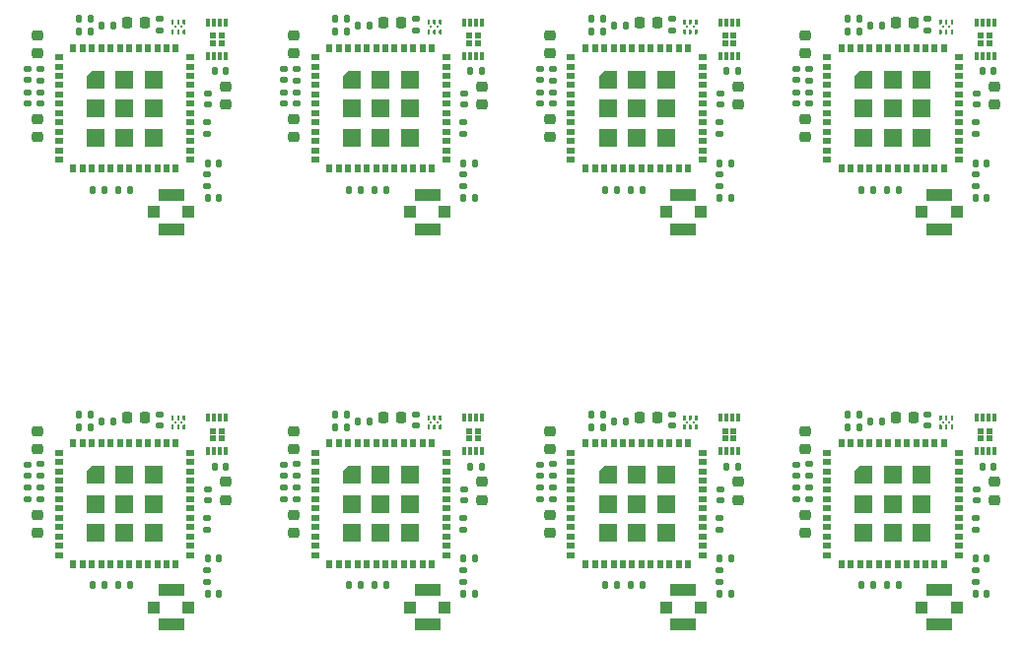
<source format=gtp>
G04 #@! TF.GenerationSoftware,KiCad,Pcbnew,8.0.2-1*
G04 #@! TF.CreationDate,2024-07-25T16:39:03+09:00*
G04 #@! TF.ProjectId,leafony-lora-abz_Panelized_Ver1.2,6c656166-6f6e-4792-9d6c-6f72612d6162,rev?*
G04 #@! TF.SameCoordinates,PX4a62f80PY7829b80*
G04 #@! TF.FileFunction,Paste,Top*
G04 #@! TF.FilePolarity,Positive*
%FSLAX46Y46*%
G04 Gerber Fmt 4.6, Leading zero omitted, Abs format (unit mm)*
G04 Created by KiCad (PCBNEW 8.0.2-1) date 2024-07-25 16:39:03*
%MOMM*%
%LPD*%
G01*
G04 APERTURE LIST*
G04 Aperture macros list*
%AMRoundRect*
0 Rectangle with rounded corners*
0 $1 Rounding radius*
0 $2 $3 $4 $5 $6 $7 $8 $9 X,Y pos of 4 corners*
0 Add a 4 corners polygon primitive as box body*
4,1,4,$2,$3,$4,$5,$6,$7,$8,$9,$2,$3,0*
0 Add four circle primitives for the rounded corners*
1,1,$1+$1,$2,$3*
1,1,$1+$1,$4,$5*
1,1,$1+$1,$6,$7*
1,1,$1+$1,$8,$9*
0 Add four rect primitives between the rounded corners*
20,1,$1+$1,$2,$3,$4,$5,0*
20,1,$1+$1,$4,$5,$6,$7,0*
20,1,$1+$1,$6,$7,$8,$9,0*
20,1,$1+$1,$8,$9,$2,$3,0*%
%AMRotRect*
0 Rectangle, with rotation*
0 The origin of the aperture is its center*
0 $1 length*
0 $2 width*
0 $3 Rotation angle, in degrees counterclockwise*
0 Add horizontal line*
21,1,$1,$2,0,0,$3*%
%AMOutline5P*
0 Free polygon, 5 corners , with rotation*
0 The origin of the aperture is its center*
0 number of corners: always 5*
0 $1 to $10 corner X, Y*
0 $11 Rotation angle, in degrees counterclockwise*
0 create outline with 5 corners*
4,1,5,$1,$2,$3,$4,$5,$6,$7,$8,$9,$10,$1,$2,$11*%
%AMOutline6P*
0 Free polygon, 6 corners , with rotation*
0 The origin of the aperture is its center*
0 number of corners: always 6*
0 $1 to $12 corner X, Y*
0 $13 Rotation angle, in degrees counterclockwise*
0 create outline with 6 corners*
4,1,6,$1,$2,$3,$4,$5,$6,$7,$8,$9,$10,$11,$12,$1,$2,$13*%
%AMOutline7P*
0 Free polygon, 7 corners , with rotation*
0 The origin of the aperture is its center*
0 number of corners: always 7*
0 $1 to $14 corner X, Y*
0 $15 Rotation angle, in degrees counterclockwise*
0 create outline with 7 corners*
4,1,7,$1,$2,$3,$4,$5,$6,$7,$8,$9,$10,$11,$12,$13,$14,$1,$2,$15*%
%AMOutline8P*
0 Free polygon, 8 corners , with rotation*
0 The origin of the aperture is its center*
0 number of corners: always 8*
0 $1 to $16 corner X, Y*
0 $17 Rotation angle, in degrees counterclockwise*
0 create outline with 8 corners*
4,1,8,$1,$2,$3,$4,$5,$6,$7,$8,$9,$10,$11,$12,$13,$14,$15,$16,$1,$2,$17*%
%AMFreePoly0*
4,1,6,0.266700,0.000000,0.165100,-0.101600,-0.152400,-0.101600,-0.152400,0.101600,0.266700,0.101600,0.266700,0.000000,0.266700,0.000000,$1*%
%AMFreePoly1*
4,1,6,0.266700,0.000000,0.165100,-0.101600,-0.152400,-0.101600,-0.152400,0.101600,0.165100,0.101600,0.266700,0.000000,0.266700,0.000000,$1*%
%AMFreePoly2*
4,1,6,0.266700,0.000000,0.266700,-0.101600,-0.152400,-0.101600,-0.152400,0.101600,0.165100,0.101600,0.266700,0.000000,0.266700,0.000000,$1*%
%AMFreePoly3*
4,1,7,0.152400,-0.101600,-0.152400,-0.101600,-0.266700,-0.101600,-0.266700,0.000000,-0.165100,0.101600,0.152400,0.101600,0.152400,-0.101600,0.152400,-0.101600,$1*%
%AMFreePoly4*
4,1,7,0.152400,-0.101600,-0.152400,-0.101600,-0.165100,-0.101600,-0.266700,0.000000,-0.165100,0.101600,0.152400,0.101600,0.152400,-0.101600,0.152400,-0.101600,$1*%
%AMFreePoly5*
4,1,7,0.152400,-0.101600,-0.152400,-0.101600,-0.165100,-0.101600,-0.266700,0.000000,-0.266700,0.101600,0.152400,0.101600,0.152400,-0.101600,0.152400,-0.101600,$1*%
G04 Aperture macros list end*
%ADD10C,0.000000*%
%ADD11FreePoly0,90.000000*%
%ADD12FreePoly1,90.000000*%
%ADD13FreePoly2,90.000000*%
%ADD14RotRect,0.228600X0.228600X135.000000*%
%ADD15FreePoly3,90.000000*%
%ADD16FreePoly4,90.000000*%
%ADD17FreePoly5,90.000000*%
%ADD18RoundRect,0.225000X-0.250000X0.225000X-0.250000X-0.225000X0.250000X-0.225000X0.250000X0.225000X0*%
%ADD19RoundRect,0.135000X-0.185000X0.135000X-0.185000X-0.135000X0.185000X-0.135000X0.185000X0.135000X0*%
%ADD20RoundRect,0.135000X-0.135000X-0.185000X0.135000X-0.185000X0.135000X0.185000X-0.135000X0.185000X0*%
%ADD21RoundRect,0.140000X0.170000X-0.140000X0.170000X0.140000X-0.170000X0.140000X-0.170000X-0.140000X0*%
%ADD22RoundRect,0.225000X0.250000X-0.225000X0.250000X0.225000X-0.250000X0.225000X-0.250000X-0.225000X0*%
%ADD23RoundRect,0.225000X0.225000X0.250000X-0.225000X0.250000X-0.225000X-0.250000X0.225000X-0.250000X0*%
%ADD24R,0.800000X0.500000*%
%ADD25R,0.500000X0.800000*%
%ADD26Outline5P,-0.800000X0.800000X0.300000X0.800000X0.800000X0.300000X0.800000X-0.800000X-0.800000X-0.800000X90.000000*%
%ADD27R,1.600000X1.600000*%
%ADD28RoundRect,0.140000X-0.140000X-0.170000X0.140000X-0.170000X0.140000X0.170000X-0.140000X0.170000X0*%
%ADD29R,1.000000X1.000000*%
%ADD30R,2.200000X1.050000*%
%ADD31RoundRect,0.140000X0.140000X0.170000X-0.140000X0.170000X-0.140000X-0.170000X0.140000X-0.170000X0*%
%ADD32RoundRect,0.140000X-0.170000X0.140000X-0.170000X-0.140000X0.170000X-0.140000X0.170000X0.140000X0*%
%ADD33RoundRect,0.135000X0.135000X0.185000X-0.135000X0.185000X-0.135000X-0.185000X0.135000X-0.185000X0*%
%ADD34R,0.600000X0.500000*%
%ADD35R,0.300000X0.750000*%
%ADD36RoundRect,0.135000X0.185000X-0.135000X0.185000X0.135000X-0.185000X0.135000X-0.185000X-0.135000X0*%
G04 APERTURE END LIST*
D10*
G36*
X21101220Y30518060D02*
G01*
X21101220Y30200560D01*
X20898020Y30200560D01*
X20898020Y30619660D01*
X20999620Y30619660D01*
X21101220Y30518060D01*
G37*
G36*
X21601600Y30518060D02*
G01*
X21601600Y30200560D01*
X21398400Y30200560D01*
X21398400Y30518060D01*
X21500000Y30619660D01*
X21601600Y30518060D01*
G37*
G36*
X22101980Y30200560D02*
G01*
X21898780Y30200560D01*
X21898780Y30518060D01*
X22000380Y30619660D01*
X22101980Y30619660D01*
X22101980Y30200560D01*
G37*
G36*
X21101220Y31081940D02*
G01*
X20999620Y30980340D01*
X20898020Y30980340D01*
X20898020Y31399440D01*
X21101220Y31399440D01*
X21101220Y31081940D01*
G37*
G36*
X21601600Y31081940D02*
G01*
X21500000Y30980340D01*
X21398400Y31081940D01*
X21398400Y31399440D01*
X21601600Y31399440D01*
X21601600Y31081940D01*
G37*
G36*
X22101980Y30980340D02*
G01*
X22000380Y30980340D01*
X21898780Y31081940D01*
X21898780Y31399440D01*
X22101980Y31399440D01*
X22101980Y30980340D01*
G37*
G36*
X87101220Y30518060D02*
G01*
X87101220Y30200560D01*
X86898020Y30200560D01*
X86898020Y30619660D01*
X86999620Y30619660D01*
X87101220Y30518060D01*
G37*
G36*
X87601600Y30518060D02*
G01*
X87601600Y30200560D01*
X87398400Y30200560D01*
X87398400Y30518060D01*
X87500000Y30619660D01*
X87601600Y30518060D01*
G37*
G36*
X88101980Y30200560D02*
G01*
X87898780Y30200560D01*
X87898780Y30518060D01*
X88000380Y30619660D01*
X88101980Y30619660D01*
X88101980Y30200560D01*
G37*
G36*
X87101220Y31081940D02*
G01*
X86999620Y30980340D01*
X86898020Y30980340D01*
X86898020Y31399440D01*
X87101220Y31399440D01*
X87101220Y31081940D01*
G37*
G36*
X87601600Y31081940D02*
G01*
X87500000Y30980340D01*
X87398400Y31081940D01*
X87398400Y31399440D01*
X87601600Y31399440D01*
X87601600Y31081940D01*
G37*
G36*
X88101980Y30980340D02*
G01*
X88000380Y30980340D01*
X87898780Y31081940D01*
X87898780Y31399440D01*
X88101980Y31399440D01*
X88101980Y30980340D01*
G37*
G36*
X43101220Y30518060D02*
G01*
X43101220Y30200560D01*
X42898020Y30200560D01*
X42898020Y30619660D01*
X42999620Y30619660D01*
X43101220Y30518060D01*
G37*
G36*
X43601600Y30518060D02*
G01*
X43601600Y30200560D01*
X43398400Y30200560D01*
X43398400Y30518060D01*
X43500000Y30619660D01*
X43601600Y30518060D01*
G37*
G36*
X44101980Y30200560D02*
G01*
X43898780Y30200560D01*
X43898780Y30518060D01*
X44000380Y30619660D01*
X44101980Y30619660D01*
X44101980Y30200560D01*
G37*
G36*
X43101220Y31081940D02*
G01*
X42999620Y30980340D01*
X42898020Y30980340D01*
X42898020Y31399440D01*
X43101220Y31399440D01*
X43101220Y31081940D01*
G37*
G36*
X43601600Y31081940D02*
G01*
X43500000Y30980340D01*
X43398400Y31081940D01*
X43398400Y31399440D01*
X43601600Y31399440D01*
X43601600Y31081940D01*
G37*
G36*
X44101980Y30980340D02*
G01*
X44000380Y30980340D01*
X43898780Y31081940D01*
X43898780Y31399440D01*
X44101980Y31399440D01*
X44101980Y30980340D01*
G37*
G36*
X65101220Y30518060D02*
G01*
X65101220Y30200560D01*
X64898020Y30200560D01*
X64898020Y30619660D01*
X64999620Y30619660D01*
X65101220Y30518060D01*
G37*
G36*
X65601600Y30518060D02*
G01*
X65601600Y30200560D01*
X65398400Y30200560D01*
X65398400Y30518060D01*
X65500000Y30619660D01*
X65601600Y30518060D01*
G37*
G36*
X66101980Y30200560D02*
G01*
X65898780Y30200560D01*
X65898780Y30518060D01*
X66000380Y30619660D01*
X66101980Y30619660D01*
X66101980Y30200560D01*
G37*
G36*
X65101220Y31081940D02*
G01*
X64999620Y30980340D01*
X64898020Y30980340D01*
X64898020Y31399440D01*
X65101220Y31399440D01*
X65101220Y31081940D01*
G37*
G36*
X65601600Y31081940D02*
G01*
X65500000Y30980340D01*
X65398400Y31081940D01*
X65398400Y31399440D01*
X65601600Y31399440D01*
X65601600Y31081940D01*
G37*
G36*
X66101980Y30980340D02*
G01*
X66000380Y30980340D01*
X65898780Y31081940D01*
X65898780Y31399440D01*
X66101980Y31399440D01*
X66101980Y30980340D01*
G37*
G36*
X21101220Y64518060D02*
G01*
X21101220Y64200560D01*
X20898020Y64200560D01*
X20898020Y64619660D01*
X20999620Y64619660D01*
X21101220Y64518060D01*
G37*
G36*
X21601600Y64518060D02*
G01*
X21601600Y64200560D01*
X21398400Y64200560D01*
X21398400Y64518060D01*
X21500000Y64619660D01*
X21601600Y64518060D01*
G37*
G36*
X22101980Y64200560D02*
G01*
X21898780Y64200560D01*
X21898780Y64518060D01*
X22000380Y64619660D01*
X22101980Y64619660D01*
X22101980Y64200560D01*
G37*
G36*
X21101220Y65081940D02*
G01*
X20999620Y64980340D01*
X20898020Y64980340D01*
X20898020Y65399440D01*
X21101220Y65399440D01*
X21101220Y65081940D01*
G37*
G36*
X21601600Y65081940D02*
G01*
X21500000Y64980340D01*
X21398400Y65081940D01*
X21398400Y65399440D01*
X21601600Y65399440D01*
X21601600Y65081940D01*
G37*
G36*
X22101980Y64980340D02*
G01*
X22000380Y64980340D01*
X21898780Y65081940D01*
X21898780Y65399440D01*
X22101980Y65399440D01*
X22101980Y64980340D01*
G37*
G36*
X65101220Y64518060D02*
G01*
X65101220Y64200560D01*
X64898020Y64200560D01*
X64898020Y64619660D01*
X64999620Y64619660D01*
X65101220Y64518060D01*
G37*
G36*
X65601600Y64518060D02*
G01*
X65601600Y64200560D01*
X65398400Y64200560D01*
X65398400Y64518060D01*
X65500000Y64619660D01*
X65601600Y64518060D01*
G37*
G36*
X66101980Y64200560D02*
G01*
X65898780Y64200560D01*
X65898780Y64518060D01*
X66000380Y64619660D01*
X66101980Y64619660D01*
X66101980Y64200560D01*
G37*
G36*
X65101220Y65081940D02*
G01*
X64999620Y64980340D01*
X64898020Y64980340D01*
X64898020Y65399440D01*
X65101220Y65399440D01*
X65101220Y65081940D01*
G37*
G36*
X65601600Y65081940D02*
G01*
X65500000Y64980340D01*
X65398400Y65081940D01*
X65398400Y65399440D01*
X65601600Y65399440D01*
X65601600Y65081940D01*
G37*
G36*
X66101980Y64980340D02*
G01*
X66000380Y64980340D01*
X65898780Y65081940D01*
X65898780Y65399440D01*
X66101980Y65399440D01*
X66101980Y64980340D01*
G37*
G36*
X87101220Y64518060D02*
G01*
X87101220Y64200560D01*
X86898020Y64200560D01*
X86898020Y64619660D01*
X86999620Y64619660D01*
X87101220Y64518060D01*
G37*
G36*
X87601600Y64518060D02*
G01*
X87601600Y64200560D01*
X87398400Y64200560D01*
X87398400Y64518060D01*
X87500000Y64619660D01*
X87601600Y64518060D01*
G37*
G36*
X88101980Y64200560D02*
G01*
X87898780Y64200560D01*
X87898780Y64518060D01*
X88000380Y64619660D01*
X88101980Y64619660D01*
X88101980Y64200560D01*
G37*
G36*
X87101220Y65081940D02*
G01*
X86999620Y64980340D01*
X86898020Y64980340D01*
X86898020Y65399440D01*
X87101220Y65399440D01*
X87101220Y65081940D01*
G37*
G36*
X87601600Y65081940D02*
G01*
X87500000Y64980340D01*
X87398400Y65081940D01*
X87398400Y65399440D01*
X87601600Y65399440D01*
X87601600Y65081940D01*
G37*
G36*
X88101980Y64980340D02*
G01*
X88000380Y64980340D01*
X87898780Y65081940D01*
X87898780Y65399440D01*
X88101980Y65399440D01*
X88101980Y64980340D01*
G37*
G36*
X43101220Y64518060D02*
G01*
X43101220Y64200560D01*
X42898020Y64200560D01*
X42898020Y64619660D01*
X42999620Y64619660D01*
X43101220Y64518060D01*
G37*
G36*
X43601600Y64518060D02*
G01*
X43601600Y64200560D01*
X43398400Y64200560D01*
X43398400Y64518060D01*
X43500000Y64619660D01*
X43601600Y64518060D01*
G37*
G36*
X44101980Y64200560D02*
G01*
X43898780Y64200560D01*
X43898780Y64518060D01*
X44000380Y64619660D01*
X44101980Y64619660D01*
X44101980Y64200560D01*
G37*
G36*
X43101220Y65081940D02*
G01*
X42999620Y64980340D01*
X42898020Y64980340D01*
X42898020Y65399440D01*
X43101220Y65399440D01*
X43101220Y65081940D01*
G37*
G36*
X43601600Y65081940D02*
G01*
X43500000Y64980340D01*
X43398400Y65081940D01*
X43398400Y65399440D01*
X43601600Y65399440D01*
X43601600Y65081940D01*
G37*
G36*
X44101980Y64980340D02*
G01*
X44000380Y64980340D01*
X43898780Y65081940D01*
X43898780Y65399440D01*
X44101980Y65399440D01*
X44101980Y64980340D01*
G37*
D11*
X20999620Y30352960D03*
D12*
X21500000Y30352960D03*
D13*
X22000380Y30352960D03*
D14*
X21769240Y30800000D03*
D15*
X22000380Y31247040D03*
D16*
X21500000Y31247040D03*
D17*
X20999620Y31247040D03*
D14*
X21230760Y30800000D03*
D18*
X9400000Y22875000D03*
X9400000Y21325000D03*
D19*
X24000000Y52110000D03*
X24000000Y51090000D03*
D20*
X16390000Y16800000D03*
X17410000Y16800000D03*
D21*
X8600000Y24220000D03*
X8600000Y25180000D03*
D22*
X75400000Y28525000D03*
X75400000Y30075000D03*
D21*
X52600000Y58220000D03*
X52600000Y59180000D03*
D19*
X46000000Y18110000D03*
X46000000Y17090000D03*
D23*
X40675000Y65200000D03*
X39125000Y65200000D03*
D24*
X33250000Y62200000D03*
X33250000Y61400000D03*
X33250000Y60600000D03*
X33250000Y59800000D03*
X33250000Y59000000D03*
X33250000Y58200000D03*
X33250000Y57400000D03*
X33250000Y56600000D03*
X33250000Y55800000D03*
X33250000Y55000000D03*
X33250000Y54200000D03*
X33250000Y53400000D03*
D25*
X34500000Y52600000D03*
X35300000Y52600000D03*
X36100000Y52600000D03*
X36900000Y52600000D03*
X37700000Y52600000D03*
X38500000Y52600000D03*
X39300000Y52600000D03*
X40100000Y52600000D03*
X40900000Y52600000D03*
X41700000Y52600000D03*
X42500000Y52600000D03*
X43300000Y52600000D03*
D24*
X44550000Y53400000D03*
X44550000Y54200000D03*
X44550000Y55000000D03*
X44550000Y55800000D03*
X44550000Y56600000D03*
X44550000Y57400000D03*
X44550000Y58200000D03*
X44550000Y59000000D03*
X44550000Y59800000D03*
X44550000Y60600000D03*
X44550000Y61400000D03*
X44550000Y62200000D03*
D25*
X43300000Y63000000D03*
X42500000Y63000000D03*
X41700000Y63000000D03*
X40900000Y63000000D03*
X40100000Y63000000D03*
X39300000Y63000000D03*
X38500000Y63000000D03*
X37700000Y63000000D03*
X36900000Y63000000D03*
X36100000Y63000000D03*
X35300000Y63000000D03*
X34500000Y63000000D03*
D26*
X36400000Y60300000D03*
D27*
X38900000Y60300000D03*
X41400000Y60300000D03*
X36400000Y57800000D03*
X38900000Y57800000D03*
X41400000Y57800000D03*
X36400000Y55300000D03*
X38900000Y55300000D03*
X41400000Y55300000D03*
D11*
X86999620Y30352960D03*
D12*
X87500000Y30352960D03*
D13*
X88000380Y30352960D03*
D14*
X87769240Y30800000D03*
D15*
X88000380Y31247040D03*
D16*
X87500000Y31247040D03*
D17*
X86999620Y31247040D03*
D14*
X87230760Y30800000D03*
D28*
X68020000Y19100000D03*
X68980000Y19100000D03*
D29*
X22400000Y14900000D03*
D30*
X20900000Y13425000D03*
D29*
X19400000Y14900000D03*
D30*
X20900000Y16375000D03*
D29*
X44400000Y48900000D03*
D30*
X42900000Y47425000D03*
D29*
X41400000Y48900000D03*
D30*
X42900000Y50375000D03*
D28*
X90020000Y16100000D03*
X90980000Y16100000D03*
D29*
X88400000Y48900000D03*
D30*
X86900000Y47425000D03*
D29*
X85400000Y48900000D03*
D30*
X86900000Y50375000D03*
D31*
X25580000Y27000000D03*
X24620000Y27000000D03*
D11*
X42999620Y30352960D03*
D12*
X43500000Y30352960D03*
D13*
X44000380Y30352960D03*
D14*
X43769240Y30800000D03*
D15*
X44000380Y31247040D03*
D16*
X43500000Y31247040D03*
D17*
X42999620Y31247040D03*
D14*
X43230760Y30800000D03*
D19*
X68000000Y22610000D03*
X68000000Y21590000D03*
D32*
X52600000Y27180000D03*
X52600000Y26220000D03*
D20*
X80940000Y64900000D03*
X81960000Y64900000D03*
D21*
X74600000Y58220000D03*
X74600000Y59180000D03*
D23*
X62675000Y65200000D03*
X61125000Y65200000D03*
D24*
X11250000Y28200000D03*
X11250000Y27400000D03*
X11250000Y26600000D03*
X11250000Y25800000D03*
X11250000Y25000000D03*
X11250000Y24200000D03*
X11250000Y23400000D03*
X11250000Y22600000D03*
X11250000Y21800000D03*
X11250000Y21000000D03*
X11250000Y20200000D03*
X11250000Y19400000D03*
D25*
X12500000Y18600000D03*
X13300000Y18600000D03*
X14100000Y18600000D03*
X14900000Y18600000D03*
X15700000Y18600000D03*
X16500000Y18600000D03*
X17300000Y18600000D03*
X18100000Y18600000D03*
X18900000Y18600000D03*
X19700000Y18600000D03*
X20500000Y18600000D03*
X21300000Y18600000D03*
D24*
X22550000Y19400000D03*
X22550000Y20200000D03*
X22550000Y21000000D03*
X22550000Y21800000D03*
X22550000Y22600000D03*
X22550000Y23400000D03*
X22550000Y24200000D03*
X22550000Y25000000D03*
X22550000Y25800000D03*
X22550000Y26600000D03*
X22550000Y27400000D03*
X22550000Y28200000D03*
D25*
X21300000Y29000000D03*
X20500000Y29000000D03*
X19700000Y29000000D03*
X18900000Y29000000D03*
X18100000Y29000000D03*
X17300000Y29000000D03*
X16500000Y29000000D03*
X15700000Y29000000D03*
X14900000Y29000000D03*
X14100000Y29000000D03*
X13300000Y29000000D03*
X12500000Y29000000D03*
D26*
X14400000Y26300000D03*
D27*
X16900000Y26300000D03*
X19400000Y26300000D03*
X14400000Y23800000D03*
X16900000Y23800000D03*
X19400000Y23800000D03*
X14400000Y21300000D03*
X16900000Y21300000D03*
X19400000Y21300000D03*
D20*
X78990000Y30400000D03*
X80010000Y30400000D03*
D32*
X85900000Y31480000D03*
X85900000Y30520000D03*
D20*
X38390000Y16800000D03*
X39410000Y16800000D03*
D21*
X53700000Y58220000D03*
X53700000Y59180000D03*
D20*
X16390000Y50800000D03*
X17410000Y50800000D03*
D32*
X8600000Y27180000D03*
X8600000Y26220000D03*
X74600000Y27180000D03*
X74600000Y26220000D03*
D33*
X15210000Y16800000D03*
X14190000Y16800000D03*
D19*
X90000000Y52110000D03*
X90000000Y51090000D03*
D32*
X8600000Y61180000D03*
X8600000Y60220000D03*
D23*
X40675000Y31200000D03*
X39125000Y31200000D03*
D34*
X47225000Y64075000D03*
X46475000Y64075000D03*
X47225000Y63425000D03*
X46475000Y63425000D03*
D35*
X47600000Y65200000D03*
X47100000Y65200000D03*
X46600000Y65200000D03*
X46100000Y65200000D03*
X46100000Y62300000D03*
X46600000Y62300000D03*
X47100000Y62300000D03*
X47600000Y62300000D03*
D31*
X91580000Y61000000D03*
X90620000Y61000000D03*
D36*
X53700000Y26190000D03*
X53700000Y27210000D03*
D24*
X11250000Y62200000D03*
X11250000Y61400000D03*
X11250000Y60600000D03*
X11250000Y59800000D03*
X11250000Y59000000D03*
X11250000Y58200000D03*
X11250000Y57400000D03*
X11250000Y56600000D03*
X11250000Y55800000D03*
X11250000Y55000000D03*
X11250000Y54200000D03*
X11250000Y53400000D03*
D25*
X12500000Y52600000D03*
X13300000Y52600000D03*
X14100000Y52600000D03*
X14900000Y52600000D03*
X15700000Y52600000D03*
X16500000Y52600000D03*
X17300000Y52600000D03*
X18100000Y52600000D03*
X18900000Y52600000D03*
X19700000Y52600000D03*
X20500000Y52600000D03*
X21300000Y52600000D03*
D24*
X22550000Y53400000D03*
X22550000Y54200000D03*
X22550000Y55000000D03*
X22550000Y55800000D03*
X22550000Y56600000D03*
X22550000Y57400000D03*
X22550000Y58200000D03*
X22550000Y59000000D03*
X22550000Y59800000D03*
X22550000Y60600000D03*
X22550000Y61400000D03*
X22550000Y62200000D03*
D25*
X21300000Y63000000D03*
X20500000Y63000000D03*
X19700000Y63000000D03*
X18900000Y63000000D03*
X18100000Y63000000D03*
X17300000Y63000000D03*
X16500000Y63000000D03*
X15700000Y63000000D03*
X14900000Y63000000D03*
X14100000Y63000000D03*
X13300000Y63000000D03*
X12500000Y63000000D03*
D26*
X14400000Y60300000D03*
D27*
X16900000Y60300000D03*
X19400000Y60300000D03*
X14400000Y57800000D03*
X16900000Y57800000D03*
X19400000Y57800000D03*
X14400000Y55300000D03*
X16900000Y55300000D03*
X19400000Y55300000D03*
D19*
X90000000Y22610000D03*
X90000000Y21590000D03*
D33*
X59210000Y16800000D03*
X58190000Y16800000D03*
D32*
X68100000Y59080000D03*
X68100000Y58120000D03*
D24*
X55250000Y28200000D03*
X55250000Y27400000D03*
X55250000Y26600000D03*
X55250000Y25800000D03*
X55250000Y25000000D03*
X55250000Y24200000D03*
X55250000Y23400000D03*
X55250000Y22600000D03*
X55250000Y21800000D03*
X55250000Y21000000D03*
X55250000Y20200000D03*
X55250000Y19400000D03*
D25*
X56500000Y18600000D03*
X57300000Y18600000D03*
X58100000Y18600000D03*
X58900000Y18600000D03*
X59700000Y18600000D03*
X60500000Y18600000D03*
X61300000Y18600000D03*
X62100000Y18600000D03*
X62900000Y18600000D03*
X63700000Y18600000D03*
X64500000Y18600000D03*
X65300000Y18600000D03*
D24*
X66550000Y19400000D03*
X66550000Y20200000D03*
X66550000Y21000000D03*
X66550000Y21800000D03*
X66550000Y22600000D03*
X66550000Y23400000D03*
X66550000Y24200000D03*
X66550000Y25000000D03*
X66550000Y25800000D03*
X66550000Y26600000D03*
X66550000Y27400000D03*
X66550000Y28200000D03*
D25*
X65300000Y29000000D03*
X64500000Y29000000D03*
X63700000Y29000000D03*
X62900000Y29000000D03*
X62100000Y29000000D03*
X61300000Y29000000D03*
X60500000Y29000000D03*
X59700000Y29000000D03*
X58900000Y29000000D03*
X58100000Y29000000D03*
X57300000Y29000000D03*
X56500000Y29000000D03*
D26*
X58400000Y26300000D03*
D27*
X60900000Y26300000D03*
X63400000Y26300000D03*
X58400000Y23800000D03*
X60900000Y23800000D03*
X63400000Y23800000D03*
X58400000Y21300000D03*
X60900000Y21300000D03*
X63400000Y21300000D03*
D32*
X46100000Y25080000D03*
X46100000Y24120000D03*
D23*
X18675000Y65200000D03*
X17125000Y65200000D03*
D33*
X14010000Y65500000D03*
X12990000Y65500000D03*
D21*
X9700000Y24220000D03*
X9700000Y25180000D03*
D34*
X91225000Y64075000D03*
X90475000Y64075000D03*
X91225000Y63425000D03*
X90475000Y63425000D03*
D35*
X91600000Y65200000D03*
X91100000Y65200000D03*
X90600000Y65200000D03*
X90100000Y65200000D03*
X90100000Y62300000D03*
X90600000Y62300000D03*
X91100000Y62300000D03*
X91600000Y62300000D03*
D22*
X53400000Y62525000D03*
X53400000Y64075000D03*
D18*
X47600000Y59675000D03*
X47600000Y58125000D03*
D31*
X91580000Y27000000D03*
X90620000Y27000000D03*
D33*
X58010000Y31500000D03*
X56990000Y31500000D03*
D18*
X9400000Y56875000D03*
X9400000Y55325000D03*
D23*
X62675000Y31200000D03*
X61125000Y31200000D03*
D28*
X24020000Y53100000D03*
X24980000Y53100000D03*
D18*
X31400000Y56875000D03*
X31400000Y55325000D03*
D19*
X90000000Y56610000D03*
X90000000Y55590000D03*
D20*
X60390000Y50800000D03*
X61410000Y50800000D03*
D31*
X47580000Y27000000D03*
X46620000Y27000000D03*
D18*
X75400000Y56875000D03*
X75400000Y55325000D03*
D32*
X46100000Y59080000D03*
X46100000Y58120000D03*
D23*
X18675000Y31200000D03*
X17125000Y31200000D03*
D18*
X69600000Y59675000D03*
X69600000Y58125000D03*
D20*
X78990000Y64400000D03*
X80010000Y64400000D03*
D36*
X53700000Y60190000D03*
X53700000Y61210000D03*
D32*
X24100000Y59080000D03*
X24100000Y58120000D03*
D18*
X31400000Y22875000D03*
X31400000Y21325000D03*
D34*
X69225000Y64075000D03*
X68475000Y64075000D03*
X69225000Y63425000D03*
X68475000Y63425000D03*
D35*
X69600000Y65200000D03*
X69100000Y65200000D03*
X68600000Y65200000D03*
X68100000Y65200000D03*
X68100000Y62300000D03*
X68600000Y62300000D03*
X69100000Y62300000D03*
X69600000Y62300000D03*
D11*
X64999620Y30352960D03*
D12*
X65500000Y30352960D03*
D13*
X66000380Y30352960D03*
D14*
X65769240Y30800000D03*
D15*
X66000380Y31247040D03*
D16*
X65500000Y31247040D03*
D17*
X64999620Y31247040D03*
D14*
X65230760Y30800000D03*
D33*
X80010000Y65500000D03*
X78990000Y65500000D03*
D18*
X91600000Y59675000D03*
X91600000Y58125000D03*
D33*
X81210000Y16800000D03*
X80190000Y16800000D03*
D36*
X9700000Y26190000D03*
X9700000Y27210000D03*
D20*
X58940000Y64900000D03*
X59960000Y64900000D03*
D22*
X75400000Y62525000D03*
X75400000Y64075000D03*
X31400000Y28525000D03*
X31400000Y30075000D03*
D32*
X90100000Y25080000D03*
X90100000Y24120000D03*
D23*
X84675000Y31200000D03*
X83125000Y31200000D03*
D36*
X75700000Y60190000D03*
X75700000Y61210000D03*
D11*
X20999620Y64352960D03*
D12*
X21500000Y64352960D03*
D13*
X22000380Y64352960D03*
D14*
X21769240Y64800000D03*
D15*
X22000380Y65247040D03*
D16*
X21500000Y65247040D03*
D17*
X20999620Y65247040D03*
D14*
X21230760Y64800000D03*
D32*
X63900000Y65480000D03*
X63900000Y64520000D03*
D18*
X75400000Y22875000D03*
X75400000Y21325000D03*
D33*
X37210000Y16800000D03*
X36190000Y16800000D03*
D19*
X46000000Y52110000D03*
X46000000Y51090000D03*
D21*
X30600000Y58220000D03*
X30600000Y59180000D03*
D33*
X80010000Y31500000D03*
X78990000Y31500000D03*
D20*
X12990000Y30400000D03*
X14010000Y30400000D03*
D22*
X9400000Y62525000D03*
X9400000Y64075000D03*
D11*
X64999620Y64352960D03*
D12*
X65500000Y64352960D03*
D13*
X66000380Y64352960D03*
D14*
X65769240Y64800000D03*
D15*
X66000380Y65247040D03*
D16*
X65500000Y65247040D03*
D17*
X64999620Y65247040D03*
D14*
X65230760Y64800000D03*
D19*
X68000000Y56610000D03*
X68000000Y55590000D03*
D21*
X75700000Y58220000D03*
X75700000Y59180000D03*
D34*
X25225000Y30075000D03*
X24475000Y30075000D03*
X25225000Y29425000D03*
X24475000Y29425000D03*
D35*
X25600000Y31200000D03*
X25100000Y31200000D03*
X24600000Y31200000D03*
X24100000Y31200000D03*
X24100000Y28300000D03*
X24600000Y28300000D03*
X25100000Y28300000D03*
X25600000Y28300000D03*
D24*
X55250000Y62200000D03*
X55250000Y61400000D03*
X55250000Y60600000D03*
X55250000Y59800000D03*
X55250000Y59000000D03*
X55250000Y58200000D03*
X55250000Y57400000D03*
X55250000Y56600000D03*
X55250000Y55800000D03*
X55250000Y55000000D03*
X55250000Y54200000D03*
X55250000Y53400000D03*
D25*
X56500000Y52600000D03*
X57300000Y52600000D03*
X58100000Y52600000D03*
X58900000Y52600000D03*
X59700000Y52600000D03*
X60500000Y52600000D03*
X61300000Y52600000D03*
X62100000Y52600000D03*
X62900000Y52600000D03*
X63700000Y52600000D03*
X64500000Y52600000D03*
X65300000Y52600000D03*
D24*
X66550000Y53400000D03*
X66550000Y54200000D03*
X66550000Y55000000D03*
X66550000Y55800000D03*
X66550000Y56600000D03*
X66550000Y57400000D03*
X66550000Y58200000D03*
X66550000Y59000000D03*
X66550000Y59800000D03*
X66550000Y60600000D03*
X66550000Y61400000D03*
X66550000Y62200000D03*
D25*
X65300000Y63000000D03*
X64500000Y63000000D03*
X63700000Y63000000D03*
X62900000Y63000000D03*
X62100000Y63000000D03*
X61300000Y63000000D03*
X60500000Y63000000D03*
X59700000Y63000000D03*
X58900000Y63000000D03*
X58100000Y63000000D03*
X57300000Y63000000D03*
X56500000Y63000000D03*
D26*
X58400000Y60300000D03*
D27*
X60900000Y60300000D03*
X63400000Y60300000D03*
X58400000Y57800000D03*
X60900000Y57800000D03*
X63400000Y57800000D03*
X58400000Y55300000D03*
X60900000Y55300000D03*
X63400000Y55300000D03*
D28*
X68020000Y16100000D03*
X68980000Y16100000D03*
X90020000Y19100000D03*
X90980000Y19100000D03*
D18*
X69600000Y25675000D03*
X69600000Y24125000D03*
X47600000Y25675000D03*
X47600000Y24125000D03*
D20*
X80940000Y30900000D03*
X81960000Y30900000D03*
D28*
X24020000Y19100000D03*
X24980000Y19100000D03*
D29*
X44400000Y14900000D03*
D30*
X42900000Y13425000D03*
D29*
X41400000Y14900000D03*
D30*
X42900000Y16375000D03*
D21*
X53700000Y24220000D03*
X53700000Y25180000D03*
X30600000Y24220000D03*
X30600000Y25180000D03*
D18*
X53400000Y22875000D03*
X53400000Y21325000D03*
X91600000Y25675000D03*
X91600000Y24125000D03*
D21*
X31700000Y58220000D03*
X31700000Y59180000D03*
D31*
X25580000Y61000000D03*
X24620000Y61000000D03*
D24*
X33250000Y28200000D03*
X33250000Y27400000D03*
X33250000Y26600000D03*
X33250000Y25800000D03*
X33250000Y25000000D03*
X33250000Y24200000D03*
X33250000Y23400000D03*
X33250000Y22600000D03*
X33250000Y21800000D03*
X33250000Y21000000D03*
X33250000Y20200000D03*
X33250000Y19400000D03*
D25*
X34500000Y18600000D03*
X35300000Y18600000D03*
X36100000Y18600000D03*
X36900000Y18600000D03*
X37700000Y18600000D03*
X38500000Y18600000D03*
X39300000Y18600000D03*
X40100000Y18600000D03*
X40900000Y18600000D03*
X41700000Y18600000D03*
X42500000Y18600000D03*
X43300000Y18600000D03*
D24*
X44550000Y19400000D03*
X44550000Y20200000D03*
X44550000Y21000000D03*
X44550000Y21800000D03*
X44550000Y22600000D03*
X44550000Y23400000D03*
X44550000Y24200000D03*
X44550000Y25000000D03*
X44550000Y25800000D03*
X44550000Y26600000D03*
X44550000Y27400000D03*
X44550000Y28200000D03*
D25*
X43300000Y29000000D03*
X42500000Y29000000D03*
X41700000Y29000000D03*
X40900000Y29000000D03*
X40100000Y29000000D03*
X39300000Y29000000D03*
X38500000Y29000000D03*
X37700000Y29000000D03*
X36900000Y29000000D03*
X36100000Y29000000D03*
X35300000Y29000000D03*
X34500000Y29000000D03*
D26*
X36400000Y26300000D03*
D27*
X38900000Y26300000D03*
X41400000Y26300000D03*
X36400000Y23800000D03*
X38900000Y23800000D03*
X41400000Y23800000D03*
X36400000Y21300000D03*
X38900000Y21300000D03*
X41400000Y21300000D03*
D20*
X36940000Y64900000D03*
X37960000Y64900000D03*
D33*
X14010000Y31500000D03*
X12990000Y31500000D03*
D36*
X31700000Y60190000D03*
X31700000Y61210000D03*
D22*
X53400000Y28525000D03*
X53400000Y30075000D03*
D28*
X46020000Y53100000D03*
X46980000Y53100000D03*
D21*
X31700000Y24220000D03*
X31700000Y25180000D03*
D32*
X74600000Y61180000D03*
X74600000Y60220000D03*
D28*
X90020000Y53100000D03*
X90980000Y53100000D03*
X24020000Y50100000D03*
X24980000Y50100000D03*
D20*
X36940000Y30900000D03*
X37960000Y30900000D03*
D31*
X47580000Y61000000D03*
X46620000Y61000000D03*
D19*
X68000000Y18110000D03*
X68000000Y17090000D03*
D28*
X24020000Y16100000D03*
X24980000Y16100000D03*
D34*
X25225000Y64075000D03*
X24475000Y64075000D03*
X25225000Y63425000D03*
X24475000Y63425000D03*
D35*
X25600000Y65200000D03*
X25100000Y65200000D03*
X24600000Y65200000D03*
X24100000Y65200000D03*
X24100000Y62300000D03*
X24600000Y62300000D03*
X25100000Y62300000D03*
X25600000Y62300000D03*
D34*
X69225000Y30075000D03*
X68475000Y30075000D03*
X69225000Y29425000D03*
X68475000Y29425000D03*
D35*
X69600000Y31200000D03*
X69100000Y31200000D03*
X68600000Y31200000D03*
X68100000Y31200000D03*
X68100000Y28300000D03*
X68600000Y28300000D03*
X69100000Y28300000D03*
X69600000Y28300000D03*
D20*
X56990000Y64400000D03*
X58010000Y64400000D03*
D19*
X24000000Y22610000D03*
X24000000Y21590000D03*
D24*
X77250000Y62200000D03*
X77250000Y61400000D03*
X77250000Y60600000D03*
X77250000Y59800000D03*
X77250000Y59000000D03*
X77250000Y58200000D03*
X77250000Y57400000D03*
X77250000Y56600000D03*
X77250000Y55800000D03*
X77250000Y55000000D03*
X77250000Y54200000D03*
X77250000Y53400000D03*
D25*
X78500000Y52600000D03*
X79300000Y52600000D03*
X80100000Y52600000D03*
X80900000Y52600000D03*
X81700000Y52600000D03*
X82500000Y52600000D03*
X83300000Y52600000D03*
X84100000Y52600000D03*
X84900000Y52600000D03*
X85700000Y52600000D03*
X86500000Y52600000D03*
X87300000Y52600000D03*
D24*
X88550000Y53400000D03*
X88550000Y54200000D03*
X88550000Y55000000D03*
X88550000Y55800000D03*
X88550000Y56600000D03*
X88550000Y57400000D03*
X88550000Y58200000D03*
X88550000Y59000000D03*
X88550000Y59800000D03*
X88550000Y60600000D03*
X88550000Y61400000D03*
X88550000Y62200000D03*
D25*
X87300000Y63000000D03*
X86500000Y63000000D03*
X85700000Y63000000D03*
X84900000Y63000000D03*
X84100000Y63000000D03*
X83300000Y63000000D03*
X82500000Y63000000D03*
X81700000Y63000000D03*
X80900000Y63000000D03*
X80100000Y63000000D03*
X79300000Y63000000D03*
X78500000Y63000000D03*
D26*
X80400000Y60300000D03*
D27*
X82900000Y60300000D03*
X85400000Y60300000D03*
X80400000Y57800000D03*
X82900000Y57800000D03*
X85400000Y57800000D03*
X80400000Y55300000D03*
X82900000Y55300000D03*
X85400000Y55300000D03*
D21*
X74600000Y24220000D03*
X74600000Y25180000D03*
D28*
X46020000Y50100000D03*
X46980000Y50100000D03*
D34*
X47225000Y30075000D03*
X46475000Y30075000D03*
X47225000Y29425000D03*
X46475000Y29425000D03*
D35*
X47600000Y31200000D03*
X47100000Y31200000D03*
X46600000Y31200000D03*
X46100000Y31200000D03*
X46100000Y28300000D03*
X46600000Y28300000D03*
X47100000Y28300000D03*
X47600000Y28300000D03*
D32*
X85900000Y65480000D03*
X85900000Y64520000D03*
D33*
X81210000Y50800000D03*
X80190000Y50800000D03*
D19*
X46000000Y56610000D03*
X46000000Y55590000D03*
D32*
X63900000Y31480000D03*
X63900000Y30520000D03*
D18*
X25600000Y59675000D03*
X25600000Y58125000D03*
X25600000Y25675000D03*
X25600000Y24125000D03*
D28*
X68020000Y53100000D03*
X68980000Y53100000D03*
X90020000Y50100000D03*
X90980000Y50100000D03*
D11*
X86999620Y64352960D03*
D12*
X87500000Y64352960D03*
D13*
X88000380Y64352960D03*
D14*
X87769240Y64800000D03*
D15*
X88000380Y65247040D03*
D16*
X87500000Y65247040D03*
D17*
X86999620Y65247040D03*
D14*
X87230760Y64800000D03*
D32*
X52600000Y61180000D03*
X52600000Y60220000D03*
D19*
X90000000Y18110000D03*
X90000000Y17090000D03*
D32*
X24100000Y25080000D03*
X24100000Y24120000D03*
D20*
X58940000Y30900000D03*
X59960000Y30900000D03*
D24*
X77250000Y28200000D03*
X77250000Y27400000D03*
X77250000Y26600000D03*
X77250000Y25800000D03*
X77250000Y25000000D03*
X77250000Y24200000D03*
X77250000Y23400000D03*
X77250000Y22600000D03*
X77250000Y21800000D03*
X77250000Y21000000D03*
X77250000Y20200000D03*
X77250000Y19400000D03*
D25*
X78500000Y18600000D03*
X79300000Y18600000D03*
X80100000Y18600000D03*
X80900000Y18600000D03*
X81700000Y18600000D03*
X82500000Y18600000D03*
X83300000Y18600000D03*
X84100000Y18600000D03*
X84900000Y18600000D03*
X85700000Y18600000D03*
X86500000Y18600000D03*
X87300000Y18600000D03*
D24*
X88550000Y19400000D03*
X88550000Y20200000D03*
X88550000Y21000000D03*
X88550000Y21800000D03*
X88550000Y22600000D03*
X88550000Y23400000D03*
X88550000Y24200000D03*
X88550000Y25000000D03*
X88550000Y25800000D03*
X88550000Y26600000D03*
X88550000Y27400000D03*
X88550000Y28200000D03*
D25*
X87300000Y29000000D03*
X86500000Y29000000D03*
X85700000Y29000000D03*
X84900000Y29000000D03*
X84100000Y29000000D03*
X83300000Y29000000D03*
X82500000Y29000000D03*
X81700000Y29000000D03*
X80900000Y29000000D03*
X80100000Y29000000D03*
X79300000Y29000000D03*
X78500000Y29000000D03*
D26*
X80400000Y26300000D03*
D27*
X82900000Y26300000D03*
X85400000Y26300000D03*
X80400000Y23800000D03*
X82900000Y23800000D03*
X85400000Y23800000D03*
X80400000Y21300000D03*
X82900000Y21300000D03*
X85400000Y21300000D03*
D36*
X75700000Y26190000D03*
X75700000Y27210000D03*
D32*
X19900000Y31480000D03*
X19900000Y30520000D03*
D20*
X38390000Y50800000D03*
X39410000Y50800000D03*
X14940000Y30900000D03*
X15960000Y30900000D03*
D21*
X75700000Y24220000D03*
X75700000Y25180000D03*
D19*
X68000000Y52110000D03*
X68000000Y51090000D03*
D33*
X58010000Y65500000D03*
X56990000Y65500000D03*
D32*
X30600000Y61180000D03*
X30600000Y60220000D03*
X41900000Y31480000D03*
X41900000Y30520000D03*
D29*
X66400000Y14900000D03*
D30*
X64900000Y13425000D03*
D29*
X63400000Y14900000D03*
D30*
X64900000Y16375000D03*
D18*
X53400000Y56875000D03*
X53400000Y55325000D03*
D32*
X90100000Y59080000D03*
X90100000Y58120000D03*
D33*
X36010000Y65500000D03*
X34990000Y65500000D03*
D29*
X88400000Y14900000D03*
D30*
X86900000Y13425000D03*
D29*
X85400000Y14900000D03*
D30*
X86900000Y16375000D03*
D21*
X9700000Y58220000D03*
X9700000Y59180000D03*
D32*
X30600000Y27180000D03*
X30600000Y26220000D03*
D20*
X82390000Y50800000D03*
X83410000Y50800000D03*
D21*
X8600000Y58220000D03*
X8600000Y59180000D03*
D31*
X69580000Y61000000D03*
X68620000Y61000000D03*
D33*
X59210000Y50800000D03*
X58190000Y50800000D03*
D22*
X31400000Y62525000D03*
X31400000Y64075000D03*
D34*
X91225000Y30075000D03*
X90475000Y30075000D03*
X91225000Y29425000D03*
X90475000Y29425000D03*
D35*
X91600000Y31200000D03*
X91100000Y31200000D03*
X90600000Y31200000D03*
X90100000Y31200000D03*
X90100000Y28300000D03*
X90600000Y28300000D03*
X91100000Y28300000D03*
X91600000Y28300000D03*
D11*
X42999620Y64352960D03*
D12*
X43500000Y64352960D03*
D13*
X44000380Y64352960D03*
D14*
X43769240Y64800000D03*
D15*
X44000380Y65247040D03*
D16*
X43500000Y65247040D03*
D17*
X42999620Y65247040D03*
D14*
X43230760Y64800000D03*
D32*
X19900000Y65480000D03*
X19900000Y64520000D03*
D33*
X37210000Y50800000D03*
X36190000Y50800000D03*
D20*
X34990000Y64400000D03*
X36010000Y64400000D03*
D36*
X31700000Y26190000D03*
X31700000Y27210000D03*
D20*
X34990000Y30400000D03*
X36010000Y30400000D03*
D32*
X41900000Y65480000D03*
X41900000Y64520000D03*
D23*
X84675000Y65200000D03*
X83125000Y65200000D03*
D28*
X68020000Y50100000D03*
X68980000Y50100000D03*
D19*
X24000000Y18110000D03*
X24000000Y17090000D03*
D28*
X46020000Y16100000D03*
X46980000Y16100000D03*
D36*
X9700000Y60190000D03*
X9700000Y61210000D03*
D21*
X52600000Y24220000D03*
X52600000Y25180000D03*
D29*
X22400000Y48900000D03*
D30*
X20900000Y47425000D03*
D29*
X19400000Y48900000D03*
D30*
X20900000Y50375000D03*
D22*
X9400000Y28525000D03*
X9400000Y30075000D03*
D19*
X24000000Y56610000D03*
X24000000Y55590000D03*
X46000000Y22610000D03*
X46000000Y21590000D03*
D20*
X82390000Y16800000D03*
X83410000Y16800000D03*
D33*
X36010000Y31500000D03*
X34990000Y31500000D03*
D32*
X68100000Y25080000D03*
X68100000Y24120000D03*
D33*
X15210000Y50800000D03*
X14190000Y50800000D03*
D20*
X14940000Y64900000D03*
X15960000Y64900000D03*
D31*
X69580000Y27000000D03*
X68620000Y27000000D03*
D20*
X56990000Y30400000D03*
X58010000Y30400000D03*
X60390000Y16800000D03*
X61410000Y16800000D03*
D28*
X46020000Y19100000D03*
X46980000Y19100000D03*
D29*
X66400000Y48900000D03*
D30*
X64900000Y47425000D03*
D29*
X63400000Y48900000D03*
D30*
X64900000Y50375000D03*
D20*
X12990000Y64400000D03*
X14010000Y64400000D03*
M02*

</source>
